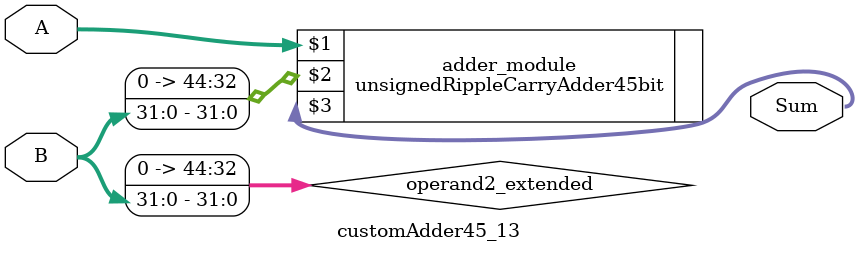
<source format=v>
module customAdder45_13(
                        input [44 : 0] A,
                        input [31 : 0] B,
                        
                        output [45 : 0] Sum
                );

        wire [44 : 0] operand2_extended;
        
        assign operand2_extended =  {13'b0, B};
        
        unsignedRippleCarryAdder45bit adder_module(
            A,
            operand2_extended,
            Sum
        );
        
        endmodule
        
</source>
